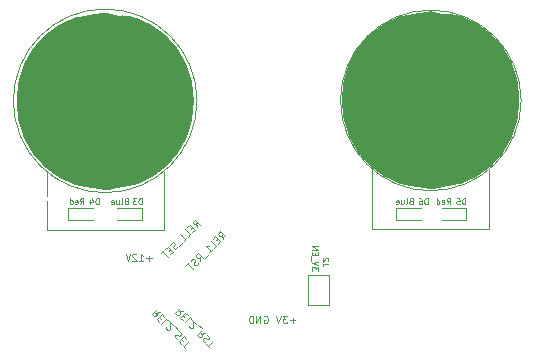
<source format=gbo>
G04 #@! TF.GenerationSoftware,KiCad,Pcbnew,no-vcs-found-e0b9a21~60~ubuntu15.04.1*
G04 #@! TF.CreationDate,2017-10-17T01:10:57+03:00*
G04 #@! TF.ProjectId,livolo_2_channels_1way_eu_switch,6C69766F6C6F5F325F6368616E6E656C,rev?*
G04 #@! TF.SameCoordinates,Original*
G04 #@! TF.FileFunction,Legend,Bot*
G04 #@! TF.FilePolarity,Positive*
%FSLAX46Y46*%
G04 Gerber Fmt 4.6, Leading zero omitted, Abs format (unit mm)*
G04 Created by KiCad (PCBNEW no-vcs-found-e0b9a21~60~ubuntu15.04.1) date Tue Oct 17 01:10:57 2017*
%MOMM*%
%LPD*%
G01*
G04 APERTURE LIST*
%ADD10C,0.100000*%
%ADD11C,0.120000*%
%ADD12C,7.500000*%
%ADD13C,1.500000*%
%ADD14R,0.600000X0.800000*%
%ADD15O,1.350000X1.350000*%
%ADD16R,1.350000X1.350000*%
%ADD17R,1.270000X0.970000*%
G04 APERTURE END LIST*
D10*
X144771428Y-111142857D02*
X144314285Y-111142857D01*
X144542857Y-111371428D02*
X144542857Y-110914285D01*
X144085714Y-110771428D02*
X143714285Y-110771428D01*
X143914285Y-111000000D01*
X143828571Y-111000000D01*
X143771428Y-111028571D01*
X143742857Y-111057142D01*
X143714285Y-111114285D01*
X143714285Y-111257142D01*
X143742857Y-111314285D01*
X143771428Y-111342857D01*
X143828571Y-111371428D01*
X144000000Y-111371428D01*
X144057142Y-111342857D01*
X144085714Y-111314285D01*
X143542857Y-110771428D02*
X143342857Y-111371428D01*
X143142857Y-110771428D01*
X136443502Y-103290355D02*
X136382893Y-102946903D01*
X136685939Y-103047918D02*
X136261675Y-102623654D01*
X136100051Y-102785278D01*
X136079847Y-102845887D01*
X136079847Y-102886294D01*
X136100051Y-102946903D01*
X136160660Y-103007512D01*
X136221269Y-103027715D01*
X136261675Y-103027715D01*
X136322284Y-103007512D01*
X136483908Y-102845887D01*
X136039441Y-103249948D02*
X135898020Y-103391370D01*
X136059644Y-103674213D02*
X136261675Y-103472182D01*
X135837411Y-103047918D01*
X135635380Y-103249948D01*
X135675786Y-104058071D02*
X135877817Y-103856040D01*
X135453553Y-103431776D01*
X135312132Y-104421725D02*
X135554568Y-104179289D01*
X135433350Y-104300507D02*
X135009086Y-103876243D01*
X135110101Y-103896446D01*
X135190913Y-103896446D01*
X135251522Y-103876243D01*
X135271725Y-104542944D02*
X134948477Y-104866193D01*
X134807055Y-104886396D02*
X134766649Y-104967208D01*
X134665634Y-105068223D01*
X134605025Y-105088426D01*
X134564619Y-105088426D01*
X134504009Y-105068223D01*
X134463603Y-105027817D01*
X134443400Y-104967208D01*
X134443400Y-104926802D01*
X134463603Y-104866193D01*
X134524213Y-104765177D01*
X134544416Y-104704568D01*
X134544416Y-104664162D01*
X134524213Y-104603553D01*
X134483806Y-104563147D01*
X134423197Y-104542944D01*
X134382791Y-104542944D01*
X134322182Y-104563147D01*
X134221167Y-104664162D01*
X134180761Y-104744974D01*
X134180761Y-105108629D02*
X134039339Y-105250051D01*
X134200964Y-105532893D02*
X134402994Y-105330863D01*
X133978730Y-104906599D01*
X133776700Y-105108629D01*
X133655481Y-105229847D02*
X133413045Y-105472284D01*
X133958527Y-105775330D02*
X133534263Y-105351066D01*
X138613705Y-104270152D02*
X138553096Y-103926700D01*
X138856142Y-104027715D02*
X138431878Y-103603451D01*
X138270254Y-103765075D01*
X138250051Y-103825684D01*
X138250051Y-103866091D01*
X138270254Y-103926700D01*
X138330863Y-103987309D01*
X138391472Y-104007512D01*
X138431878Y-104007512D01*
X138492487Y-103987309D01*
X138654112Y-103825684D01*
X138209644Y-104229745D02*
X138068223Y-104371167D01*
X138229847Y-104654009D02*
X138431878Y-104451979D01*
X138007614Y-104027715D01*
X137805583Y-104229745D01*
X137845990Y-105037867D02*
X138048020Y-104835837D01*
X137623756Y-104411573D01*
X137482335Y-105401522D02*
X137724771Y-105159086D01*
X137603553Y-105280304D02*
X137179289Y-104856040D01*
X137280304Y-104876243D01*
X137361116Y-104876243D01*
X137421725Y-104856040D01*
X137441928Y-105522741D02*
X137118680Y-105845990D01*
X136734822Y-106149035D02*
X136674213Y-105805583D01*
X136977258Y-105906599D02*
X136552994Y-105482335D01*
X136391370Y-105643959D01*
X136371167Y-105704568D01*
X136371167Y-105744974D01*
X136391370Y-105805583D01*
X136451979Y-105866193D01*
X136512588Y-105886396D01*
X136552994Y-105886396D01*
X136613603Y-105866193D01*
X136775228Y-105704568D01*
X136552994Y-106290457D02*
X136512588Y-106371269D01*
X136411573Y-106472284D01*
X136350964Y-106492487D01*
X136310558Y-106492487D01*
X136249948Y-106472284D01*
X136209542Y-106431878D01*
X136189339Y-106371269D01*
X136189339Y-106330863D01*
X136209542Y-106270254D01*
X136270152Y-106169238D01*
X136290355Y-106108629D01*
X136290355Y-106068223D01*
X136270152Y-106007614D01*
X136229745Y-105967208D01*
X136169136Y-105947005D01*
X136128730Y-105947005D01*
X136068121Y-105967208D01*
X135967106Y-106068223D01*
X135926700Y-106149035D01*
X135785278Y-106250051D02*
X135542842Y-106492487D01*
X136088324Y-106795533D02*
X135664060Y-106371269D01*
X135270152Y-110336294D02*
X134926700Y-110396903D01*
X135027715Y-110093857D02*
X134603451Y-110518121D01*
X134765075Y-110679745D01*
X134825684Y-110699948D01*
X134866091Y-110699948D01*
X134926700Y-110679745D01*
X134987309Y-110619136D01*
X135007512Y-110558527D01*
X135007512Y-110518121D01*
X134987309Y-110457512D01*
X134825684Y-110295887D01*
X135229745Y-110740355D02*
X135371167Y-110881776D01*
X135654009Y-110720152D02*
X135451979Y-110518121D01*
X135027715Y-110942385D01*
X135229745Y-111144416D01*
X136037867Y-111104009D02*
X135835837Y-110901979D01*
X135411573Y-111326243D01*
X135775228Y-111609086D02*
X135775228Y-111649492D01*
X135795431Y-111710101D01*
X135896446Y-111811116D01*
X135957055Y-111831319D01*
X135997461Y-111831319D01*
X136058071Y-111811116D01*
X136098477Y-111770710D01*
X136138883Y-111689898D01*
X136138883Y-111205025D01*
X136401522Y-111467664D01*
X136522741Y-111508071D02*
X136845990Y-111831319D01*
X137149035Y-112215177D02*
X136805583Y-112275786D01*
X136906599Y-111972741D02*
X136482335Y-112397005D01*
X136643959Y-112558629D01*
X136704568Y-112578832D01*
X136744974Y-112578832D01*
X136805583Y-112558629D01*
X136866193Y-112498020D01*
X136886396Y-112437411D01*
X136886396Y-112397005D01*
X136866193Y-112336396D01*
X136704568Y-112174771D01*
X137290457Y-112397005D02*
X137371269Y-112437411D01*
X137472284Y-112538426D01*
X137492487Y-112599035D01*
X137492487Y-112639441D01*
X137472284Y-112700051D01*
X137431878Y-112740457D01*
X137371269Y-112760660D01*
X137330863Y-112760660D01*
X137270254Y-112740457D01*
X137169238Y-112679847D01*
X137108629Y-112659644D01*
X137068223Y-112659644D01*
X137007614Y-112679847D01*
X136967208Y-112720254D01*
X136947005Y-112780863D01*
X136947005Y-112821269D01*
X136967208Y-112881878D01*
X137068223Y-112982893D01*
X137149035Y-113023299D01*
X137250051Y-113164721D02*
X137492487Y-113407157D01*
X137795533Y-112861675D02*
X137371269Y-113285939D01*
X133290355Y-110456497D02*
X132946903Y-110517106D01*
X133047918Y-110214060D02*
X132623654Y-110638324D01*
X132785278Y-110799948D01*
X132845887Y-110820152D01*
X132886294Y-110820152D01*
X132946903Y-110799948D01*
X133007512Y-110739339D01*
X133027715Y-110678730D01*
X133027715Y-110638324D01*
X133007512Y-110577715D01*
X132845887Y-110416091D01*
X133249948Y-110860558D02*
X133391370Y-111001979D01*
X133674213Y-110840355D02*
X133472182Y-110638324D01*
X133047918Y-111062588D01*
X133249948Y-111264619D01*
X134058071Y-111224213D02*
X133856040Y-111022182D01*
X133431776Y-111446446D01*
X133795431Y-111729289D02*
X133795431Y-111769695D01*
X133815634Y-111830304D01*
X133916649Y-111931319D01*
X133977258Y-111951522D01*
X134017664Y-111951522D01*
X134078274Y-111931319D01*
X134118680Y-111890913D01*
X134159086Y-111810101D01*
X134159086Y-111325228D01*
X134421725Y-111587867D01*
X134542944Y-111628274D02*
X134866193Y-111951522D01*
X134886396Y-112092944D02*
X134967208Y-112133350D01*
X135068223Y-112234365D01*
X135088426Y-112294974D01*
X135088426Y-112335380D01*
X135068223Y-112395990D01*
X135027817Y-112436396D01*
X134967208Y-112456599D01*
X134926802Y-112456599D01*
X134866193Y-112436396D01*
X134765177Y-112375786D01*
X134704568Y-112355583D01*
X134664162Y-112355583D01*
X134603553Y-112375786D01*
X134563147Y-112416193D01*
X134542944Y-112476802D01*
X134542944Y-112517208D01*
X134563147Y-112577817D01*
X134664162Y-112678832D01*
X134744974Y-112719238D01*
X135108629Y-112719238D02*
X135250051Y-112860660D01*
X135532893Y-112699035D02*
X135330863Y-112497005D01*
X134906599Y-112921269D01*
X135108629Y-113123299D01*
X135229847Y-113244518D02*
X135472284Y-113486954D01*
X135775330Y-112941472D02*
X135351066Y-113365736D01*
X142107142Y-110800000D02*
X142164285Y-110771428D01*
X142250000Y-110771428D01*
X142335714Y-110800000D01*
X142392857Y-110857142D01*
X142421428Y-110914285D01*
X142450000Y-111028571D01*
X142450000Y-111114285D01*
X142421428Y-111228571D01*
X142392857Y-111285714D01*
X142335714Y-111342857D01*
X142250000Y-111371428D01*
X142192857Y-111371428D01*
X142107142Y-111342857D01*
X142078571Y-111314285D01*
X142078571Y-111114285D01*
X142192857Y-111114285D01*
X141821428Y-111371428D02*
X141821428Y-110771428D01*
X141478571Y-111371428D01*
X141478571Y-110771428D01*
X141192857Y-111371428D02*
X141192857Y-110771428D01*
X141050000Y-110771428D01*
X140964285Y-110800000D01*
X140907142Y-110857142D01*
X140878571Y-110914285D01*
X140850000Y-111028571D01*
X140850000Y-111114285D01*
X140878571Y-111228571D01*
X140907142Y-111285714D01*
X140964285Y-111342857D01*
X141050000Y-111371428D01*
X141192857Y-111371428D01*
X132607142Y-105892857D02*
X132150000Y-105892857D01*
X132378571Y-106121428D02*
X132378571Y-105664285D01*
X131550000Y-106121428D02*
X131892857Y-106121428D01*
X131721428Y-106121428D02*
X131721428Y-105521428D01*
X131778571Y-105607142D01*
X131835714Y-105664285D01*
X131892857Y-105692857D01*
X131321428Y-105578571D02*
X131292857Y-105550000D01*
X131235714Y-105521428D01*
X131092857Y-105521428D01*
X131035714Y-105550000D01*
X131007142Y-105578571D01*
X130978571Y-105635714D01*
X130978571Y-105692857D01*
X131007142Y-105778571D01*
X131350000Y-106121428D01*
X130978571Y-106121428D01*
X130807142Y-105521428D02*
X130607142Y-106121428D01*
X130407142Y-105521428D01*
X151298140Y-103432020D02*
X161166040Y-103432020D01*
X151270200Y-103432020D02*
X151270200Y-98399511D01*
X161170160Y-103432020D02*
X161170160Y-98399511D01*
X123748140Y-103482020D02*
X133616040Y-103482020D01*
X123720200Y-103482020D02*
X123720200Y-98599959D01*
X163892148Y-92534512D02*
G75*
G03X163892148Y-92534512I-7647872J0D01*
G01*
X133620160Y-103482020D02*
X133620160Y-98599959D01*
X136451733Y-92569926D02*
G75*
G03X136451733Y-92569926I-7778209J0D01*
G01*
D11*
X131800000Y-101600000D02*
X129700000Y-101600000D01*
X131800000Y-102700000D02*
X129700000Y-102700000D01*
X131800000Y-101600000D02*
X131800000Y-102700000D01*
X125550000Y-102700000D02*
X125550000Y-101600000D01*
X125550000Y-101600000D02*
X127650000Y-101600000D01*
X125550000Y-102700000D02*
X127650000Y-102700000D01*
X159250000Y-101600000D02*
X159250000Y-102700000D01*
X159250000Y-102700000D02*
X157150000Y-102700000D01*
X159250000Y-101600000D02*
X157150000Y-101600000D01*
X153300000Y-102700000D02*
X155400000Y-102700000D01*
X153300000Y-101600000D02*
X155400000Y-101600000D01*
X153300000Y-102700000D02*
X153300000Y-101600000D01*
D12*
X132415382Y-92600000D02*
G75*
G03X132415382Y-92600000I-3740382J0D01*
G01*
X159979592Y-92500000D02*
G75*
G03X159979592Y-92500000I-3754592J0D01*
G01*
D11*
X145810000Y-109870000D02*
X147590000Y-109870000D01*
X147590000Y-107330000D02*
X145810000Y-107330000D01*
X147590000Y-107330000D02*
X147590000Y-109870000D01*
X145810000Y-109870000D02*
X145810000Y-107330000D01*
D10*
X131769047Y-101326190D02*
X131769047Y-100826190D01*
X131650000Y-100826190D01*
X131578571Y-100850000D01*
X131530952Y-100897619D01*
X131507142Y-100945238D01*
X131483333Y-101040476D01*
X131483333Y-101111904D01*
X131507142Y-101207142D01*
X131530952Y-101254761D01*
X131578571Y-101302380D01*
X131650000Y-101326190D01*
X131769047Y-101326190D01*
X131316666Y-100826190D02*
X131007142Y-100826190D01*
X131173809Y-101016666D01*
X131102380Y-101016666D01*
X131054761Y-101040476D01*
X131030952Y-101064285D01*
X131007142Y-101111904D01*
X131007142Y-101230952D01*
X131030952Y-101278571D01*
X131054761Y-101302380D01*
X131102380Y-101326190D01*
X131245238Y-101326190D01*
X131292857Y-101302380D01*
X131316666Y-101278571D01*
X130435714Y-101064285D02*
X130364285Y-101088095D01*
X130340476Y-101111904D01*
X130316666Y-101159523D01*
X130316666Y-101230952D01*
X130340476Y-101278571D01*
X130364285Y-101302380D01*
X130411904Y-101326190D01*
X130602380Y-101326190D01*
X130602380Y-100826190D01*
X130435714Y-100826190D01*
X130388095Y-100850000D01*
X130364285Y-100873809D01*
X130340476Y-100921428D01*
X130340476Y-100969047D01*
X130364285Y-101016666D01*
X130388095Y-101040476D01*
X130435714Y-101064285D01*
X130602380Y-101064285D01*
X130030952Y-101326190D02*
X130078571Y-101302380D01*
X130102380Y-101254761D01*
X130102380Y-100826190D01*
X129626190Y-100992857D02*
X129626190Y-101326190D01*
X129840476Y-100992857D02*
X129840476Y-101254761D01*
X129816666Y-101302380D01*
X129769047Y-101326190D01*
X129697619Y-101326190D01*
X129650000Y-101302380D01*
X129626190Y-101278571D01*
X129197619Y-101302380D02*
X129245238Y-101326190D01*
X129340476Y-101326190D01*
X129388095Y-101302380D01*
X129411904Y-101254761D01*
X129411904Y-101064285D01*
X129388095Y-101016666D01*
X129340476Y-100992857D01*
X129245238Y-100992857D01*
X129197619Y-101016666D01*
X129173809Y-101064285D01*
X129173809Y-101111904D01*
X129411904Y-101159523D01*
X128119047Y-101326190D02*
X128119047Y-100826190D01*
X128000000Y-100826190D01*
X127928571Y-100850000D01*
X127880952Y-100897619D01*
X127857142Y-100945238D01*
X127833333Y-101040476D01*
X127833333Y-101111904D01*
X127857142Y-101207142D01*
X127880952Y-101254761D01*
X127928571Y-101302380D01*
X128000000Y-101326190D01*
X128119047Y-101326190D01*
X127404761Y-100992857D02*
X127404761Y-101326190D01*
X127523809Y-100802380D02*
X127642857Y-101159523D01*
X127333333Y-101159523D01*
X126535714Y-101326190D02*
X126702380Y-101088095D01*
X126821428Y-101326190D02*
X126821428Y-100826190D01*
X126630952Y-100826190D01*
X126583333Y-100850000D01*
X126559523Y-100873809D01*
X126535714Y-100921428D01*
X126535714Y-100992857D01*
X126559523Y-101040476D01*
X126583333Y-101064285D01*
X126630952Y-101088095D01*
X126821428Y-101088095D01*
X126130952Y-101302380D02*
X126178571Y-101326190D01*
X126273809Y-101326190D01*
X126321428Y-101302380D01*
X126345238Y-101254761D01*
X126345238Y-101064285D01*
X126321428Y-101016666D01*
X126273809Y-100992857D01*
X126178571Y-100992857D01*
X126130952Y-101016666D01*
X126107142Y-101064285D01*
X126107142Y-101111904D01*
X126345238Y-101159523D01*
X125678571Y-101326190D02*
X125678571Y-100826190D01*
X125678571Y-101302380D02*
X125726190Y-101326190D01*
X125821428Y-101326190D01*
X125869047Y-101302380D01*
X125892857Y-101278571D01*
X125916666Y-101230952D01*
X125916666Y-101088095D01*
X125892857Y-101040476D01*
X125869047Y-101016666D01*
X125821428Y-100992857D01*
X125726190Y-100992857D01*
X125678571Y-101016666D01*
X159169047Y-101326190D02*
X159169047Y-100826190D01*
X159050000Y-100826190D01*
X158978571Y-100850000D01*
X158930952Y-100897619D01*
X158907142Y-100945238D01*
X158883333Y-101040476D01*
X158883333Y-101111904D01*
X158907142Y-101207142D01*
X158930952Y-101254761D01*
X158978571Y-101302380D01*
X159050000Y-101326190D01*
X159169047Y-101326190D01*
X158430952Y-100826190D02*
X158669047Y-100826190D01*
X158692857Y-101064285D01*
X158669047Y-101040476D01*
X158621428Y-101016666D01*
X158502380Y-101016666D01*
X158454761Y-101040476D01*
X158430952Y-101064285D01*
X158407142Y-101111904D01*
X158407142Y-101230952D01*
X158430952Y-101278571D01*
X158454761Y-101302380D01*
X158502380Y-101326190D01*
X158621428Y-101326190D01*
X158669047Y-101302380D01*
X158692857Y-101278571D01*
X157585714Y-101326190D02*
X157752380Y-101088095D01*
X157871428Y-101326190D02*
X157871428Y-100826190D01*
X157680952Y-100826190D01*
X157633333Y-100850000D01*
X157609523Y-100873809D01*
X157585714Y-100921428D01*
X157585714Y-100992857D01*
X157609523Y-101040476D01*
X157633333Y-101064285D01*
X157680952Y-101088095D01*
X157871428Y-101088095D01*
X157180952Y-101302380D02*
X157228571Y-101326190D01*
X157323809Y-101326190D01*
X157371428Y-101302380D01*
X157395238Y-101254761D01*
X157395238Y-101064285D01*
X157371428Y-101016666D01*
X157323809Y-100992857D01*
X157228571Y-100992857D01*
X157180952Y-101016666D01*
X157157142Y-101064285D01*
X157157142Y-101111904D01*
X157395238Y-101159523D01*
X156728571Y-101326190D02*
X156728571Y-100826190D01*
X156728571Y-101302380D02*
X156776190Y-101326190D01*
X156871428Y-101326190D01*
X156919047Y-101302380D01*
X156942857Y-101278571D01*
X156966666Y-101230952D01*
X156966666Y-101088095D01*
X156942857Y-101040476D01*
X156919047Y-101016666D01*
X156871428Y-100992857D01*
X156776190Y-100992857D01*
X156728571Y-101016666D01*
X155969047Y-101326190D02*
X155969047Y-100826190D01*
X155850000Y-100826190D01*
X155778571Y-100850000D01*
X155730952Y-100897619D01*
X155707142Y-100945238D01*
X155683333Y-101040476D01*
X155683333Y-101111904D01*
X155707142Y-101207142D01*
X155730952Y-101254761D01*
X155778571Y-101302380D01*
X155850000Y-101326190D01*
X155969047Y-101326190D01*
X155254761Y-100826190D02*
X155350000Y-100826190D01*
X155397619Y-100850000D01*
X155421428Y-100873809D01*
X155469047Y-100945238D01*
X155492857Y-101040476D01*
X155492857Y-101230952D01*
X155469047Y-101278571D01*
X155445238Y-101302380D01*
X155397619Y-101326190D01*
X155302380Y-101326190D01*
X155254761Y-101302380D01*
X155230952Y-101278571D01*
X155207142Y-101230952D01*
X155207142Y-101111904D01*
X155230952Y-101064285D01*
X155254761Y-101040476D01*
X155302380Y-101016666D01*
X155397619Y-101016666D01*
X155445238Y-101040476D01*
X155469047Y-101064285D01*
X155492857Y-101111904D01*
X154535714Y-101064285D02*
X154464285Y-101088095D01*
X154440476Y-101111904D01*
X154416666Y-101159523D01*
X154416666Y-101230952D01*
X154440476Y-101278571D01*
X154464285Y-101302380D01*
X154511904Y-101326190D01*
X154702380Y-101326190D01*
X154702380Y-100826190D01*
X154535714Y-100826190D01*
X154488095Y-100850000D01*
X154464285Y-100873809D01*
X154440476Y-100921428D01*
X154440476Y-100969047D01*
X154464285Y-101016666D01*
X154488095Y-101040476D01*
X154535714Y-101064285D01*
X154702380Y-101064285D01*
X154130952Y-101326190D02*
X154178571Y-101302380D01*
X154202380Y-101254761D01*
X154202380Y-100826190D01*
X153726190Y-100992857D02*
X153726190Y-101326190D01*
X153940476Y-100992857D02*
X153940476Y-101254761D01*
X153916666Y-101302380D01*
X153869047Y-101326190D01*
X153797619Y-101326190D01*
X153750000Y-101302380D01*
X153726190Y-101278571D01*
X153297619Y-101302380D02*
X153345238Y-101326190D01*
X153440476Y-101326190D01*
X153488095Y-101302380D01*
X153511904Y-101254761D01*
X153511904Y-101064285D01*
X153488095Y-101016666D01*
X153440476Y-100992857D01*
X153345238Y-100992857D01*
X153297619Y-101016666D01*
X153273809Y-101064285D01*
X153273809Y-101111904D01*
X153511904Y-101159523D01*
X147573809Y-106366666D02*
X147216666Y-106366666D01*
X147145238Y-106390476D01*
X147097619Y-106438095D01*
X147073809Y-106509523D01*
X147073809Y-106557142D01*
X147526190Y-106152380D02*
X147550000Y-106128571D01*
X147573809Y-106080952D01*
X147573809Y-105961904D01*
X147550000Y-105914285D01*
X147526190Y-105890476D01*
X147478571Y-105866666D01*
X147430952Y-105866666D01*
X147359523Y-105890476D01*
X147073809Y-106176190D01*
X147073809Y-105866666D01*
X146673809Y-106959523D02*
X146673809Y-106650000D01*
X146483333Y-106816666D01*
X146483333Y-106745238D01*
X146459523Y-106697619D01*
X146435714Y-106673809D01*
X146388095Y-106650000D01*
X146269047Y-106650000D01*
X146221428Y-106673809D01*
X146197619Y-106697619D01*
X146173809Y-106745238D01*
X146173809Y-106888095D01*
X146197619Y-106935714D01*
X146221428Y-106959523D01*
X146673809Y-106507142D02*
X146173809Y-106340476D01*
X146673809Y-106173809D01*
X146126190Y-106126190D02*
X146126190Y-105745238D01*
X146435714Y-105626190D02*
X146435714Y-105459523D01*
X146173809Y-105388095D02*
X146173809Y-105626190D01*
X146673809Y-105626190D01*
X146673809Y-105388095D01*
X146173809Y-105173809D02*
X146673809Y-105173809D01*
X146173809Y-104888095D01*
X146673809Y-104888095D01*
%LPC*%
D13*
X152100000Y-100850000D03*
X160300000Y-100850000D03*
X132700000Y-100900000D03*
X124500000Y-100900000D03*
D14*
X129650000Y-102150000D03*
X131350000Y-102150000D03*
X126000000Y-102150000D03*
X127700000Y-102150000D03*
X158800000Y-102150000D03*
X157100000Y-102150000D03*
X155450000Y-102150000D03*
X153750000Y-102150000D03*
D15*
X143650000Y-107550000D03*
X143650000Y-109550000D03*
X141650000Y-107550000D03*
X141650000Y-109550000D03*
X139650000Y-107550000D03*
X139650000Y-109550000D03*
X137650000Y-107550000D03*
X137650000Y-109550000D03*
X135650000Y-107550000D03*
X135650000Y-109550000D03*
X133650000Y-107550000D03*
X133650000Y-109550000D03*
X131650000Y-107550000D03*
D16*
X131650000Y-109550000D03*
D17*
X146700000Y-107960000D03*
X146700000Y-109240000D03*
M02*

</source>
